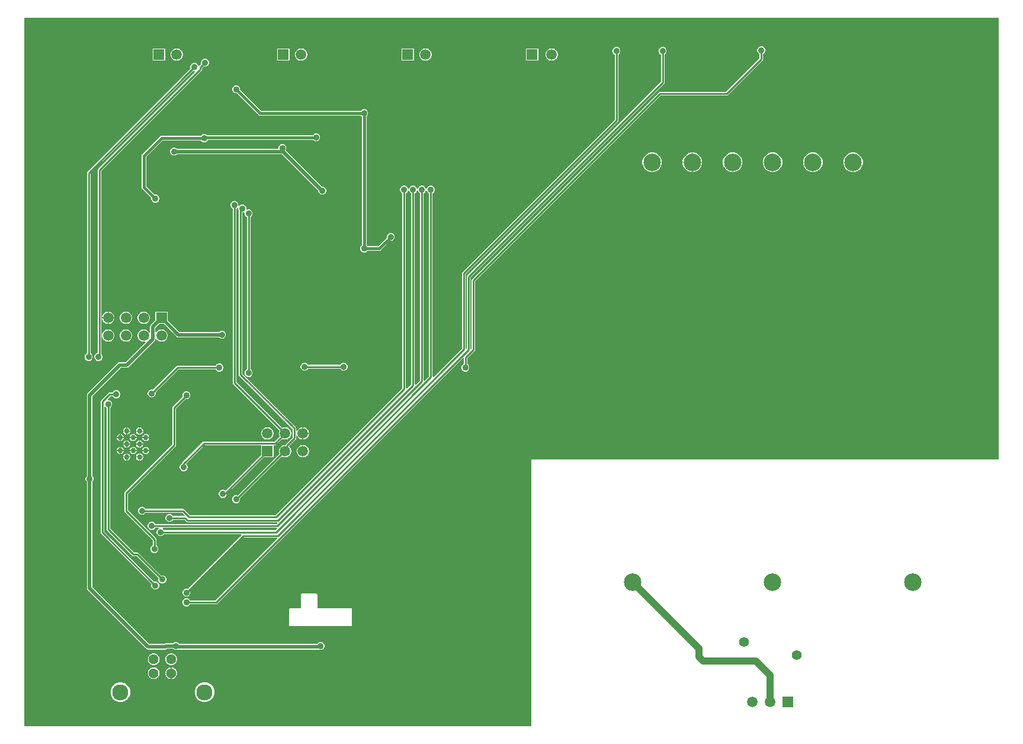
<source format=gbl>
G04*
G04 #@! TF.GenerationSoftware,Altium Limited,Altium Designer,22.10.1 (41)*
G04*
G04 Layer_Physical_Order=2*
G04 Layer_Color=16711680*
%FSLAX25Y25*%
%MOIN*%
G70*
G04*
G04 #@! TF.SameCoordinates,AD521441-6981-4C9A-977E-8A670088B7DC*
G04*
G04*
G04 #@! TF.FilePolarity,Positive*
G04*
G01*
G75*
%ADD15C,0.01000*%
%ADD81C,0.02000*%
%ADD82C,0.01500*%
%ADD83C,0.04000*%
%ADD84C,0.09843*%
%ADD85C,0.03000*%
%ADD86C,0.05622*%
%ADD87C,0.09055*%
%ADD88R,0.05906X0.05906*%
%ADD89C,0.05906*%
%ADD90C,0.05512*%
%ADD91C,0.03500*%
G36*
X649197Y251000D02*
X386000Y251000D01*
Y100803D01*
X100803D01*
Y499197D01*
X649197D01*
Y251000D01*
D02*
G37*
%LPC*%
G36*
X397955Y481953D02*
X397045D01*
X396167Y481717D01*
X395380Y481263D01*
X394737Y480620D01*
X394283Y479833D01*
X394047Y478955D01*
Y478045D01*
X394283Y477167D01*
X394737Y476380D01*
X395380Y475737D01*
X396167Y475282D01*
X397045Y475047D01*
X397955D01*
X398833Y475282D01*
X399620Y475737D01*
X400263Y476380D01*
X400717Y477167D01*
X400953Y478045D01*
Y478955D01*
X400717Y479833D01*
X400263Y480620D01*
X399620Y481263D01*
X398833Y481717D01*
X397955Y481953D01*
D02*
G37*
G36*
X389953D02*
X383047D01*
Y475047D01*
X389953D01*
Y481953D01*
D02*
G37*
G36*
X326955D02*
X326045D01*
X325167Y481717D01*
X324380Y481263D01*
X323737Y480620D01*
X323283Y479833D01*
X323047Y478955D01*
Y478045D01*
X323283Y477167D01*
X323737Y476380D01*
X324380Y475737D01*
X325167Y475282D01*
X326045Y475047D01*
X326955D01*
X327833Y475282D01*
X328620Y475737D01*
X329263Y476380D01*
X329717Y477167D01*
X329953Y478045D01*
Y478955D01*
X329717Y479833D01*
X329263Y480620D01*
X328620Y481263D01*
X327833Y481717D01*
X326955Y481953D01*
D02*
G37*
G36*
X319953D02*
X313047D01*
Y475047D01*
X319953D01*
Y481953D01*
D02*
G37*
G36*
X256955D02*
X256045D01*
X255167Y481717D01*
X254380Y481263D01*
X253737Y480620D01*
X253282Y479833D01*
X253047Y478955D01*
Y478045D01*
X253282Y477167D01*
X253737Y476380D01*
X254380Y475737D01*
X255167Y475282D01*
X256045Y475047D01*
X256955D01*
X257833Y475282D01*
X258620Y475737D01*
X259263Y476380D01*
X259717Y477167D01*
X259953Y478045D01*
Y478955D01*
X259717Y479833D01*
X259263Y480620D01*
X258620Y481263D01*
X257833Y481717D01*
X256955Y481953D01*
D02*
G37*
G36*
X249953D02*
X243047D01*
Y475047D01*
X249953D01*
Y481953D01*
D02*
G37*
G36*
X186955D02*
X186045D01*
X185167Y481717D01*
X184380Y481263D01*
X183737Y480620D01*
X183282Y479833D01*
X183047Y478955D01*
Y478045D01*
X183282Y477167D01*
X183737Y476380D01*
X184380Y475737D01*
X185167Y475282D01*
X186045Y475047D01*
X186955D01*
X187833Y475282D01*
X188620Y475737D01*
X189263Y476380D01*
X189717Y477167D01*
X189953Y478045D01*
Y478955D01*
X189717Y479833D01*
X189263Y480620D01*
X188620Y481263D01*
X187833Y481717D01*
X186955Y481953D01*
D02*
G37*
G36*
X179953D02*
X173047D01*
Y475047D01*
X179953D01*
Y481953D01*
D02*
G37*
G36*
X202948Y476250D02*
X202052D01*
X201225Y475908D01*
X200592Y475275D01*
X200250Y474447D01*
Y473553D01*
X200356Y473298D01*
X199208Y472150D01*
X198671Y472221D01*
X198623Y472255D01*
X198407Y472775D01*
X197775Y473408D01*
X196948Y473750D01*
X196052D01*
X195226Y473408D01*
X194592Y472775D01*
X194250Y471947D01*
Y471053D01*
X194356Y470797D01*
X136279Y412721D01*
X136058Y412390D01*
X135980Y412000D01*
Y310513D01*
X135725Y310407D01*
X135092Y309774D01*
X134750Y308948D01*
Y308052D01*
X135092Y307225D01*
X135725Y306592D01*
X136552Y306250D01*
X137448D01*
X138275Y306592D01*
X138908Y307225D01*
X139250Y308052D01*
Y308948D01*
X138908Y309774D01*
X138275Y310407D01*
X138020Y310513D01*
Y411578D01*
X195798Y469356D01*
X196052Y469250D01*
X196697D01*
X196904Y468750D01*
X142279Y414125D01*
X142058Y413794D01*
X141980Y413404D01*
Y310720D01*
X141226Y310407D01*
X140593Y309774D01*
X140250Y308948D01*
Y308052D01*
X140593Y307225D01*
X141226Y306592D01*
X142052Y306250D01*
X142948D01*
X143774Y306592D01*
X144407Y307225D01*
X144750Y308052D01*
Y308948D01*
X144407Y309774D01*
X144020Y310162D01*
Y412982D01*
X200471Y469433D01*
X200692Y469764D01*
X200770Y470154D01*
Y470828D01*
X201798Y471856D01*
X202052Y471750D01*
X202948D01*
X203774Y472092D01*
X204408Y472725D01*
X204750Y473553D01*
Y474447D01*
X204408Y475275D01*
X203774Y475908D01*
X202948Y476250D01*
D02*
G37*
G36*
X265448Y434250D02*
X264552D01*
X263725Y433908D01*
X263092Y433275D01*
X262989Y433025D01*
X203658D01*
X203274Y433407D01*
X202448Y433750D01*
X201552D01*
X200726Y433407D01*
X200093Y432774D01*
X200093Y432774D01*
X178000D01*
X177512Y432678D01*
X177099Y432401D01*
X167099Y422401D01*
X166823Y421988D01*
X166726Y421500D01*
Y404000D01*
X166823Y403512D01*
X167099Y403099D01*
X172250Y397948D01*
X172250Y397948D01*
Y397052D01*
X172592Y396226D01*
X173225Y395592D01*
X174052Y395250D01*
X174948D01*
X175775Y395592D01*
X176408Y396226D01*
X176750Y397052D01*
Y397948D01*
X176408Y398775D01*
X175775Y399408D01*
X174948Y399750D01*
X174052D01*
X174052Y399750D01*
X169274Y404528D01*
Y420972D01*
X178528Y430226D01*
X200093D01*
X200093Y430226D01*
X200726Y429593D01*
X201552Y429250D01*
X202448D01*
X203274Y429593D01*
X203907Y430226D01*
X204011Y430476D01*
X263342D01*
X263725Y430092D01*
X264552Y429750D01*
X265448D01*
X266274Y430092D01*
X266908Y430725D01*
X267250Y431553D01*
Y432447D01*
X266908Y433275D01*
X266274Y433908D01*
X265448Y434250D01*
D02*
G37*
G36*
X246448Y428250D02*
X245552D01*
X244725Y427908D01*
X244092Y427275D01*
X243750Y426447D01*
Y425553D01*
X243735Y425529D01*
X186653D01*
X186275Y425908D01*
X185448Y426250D01*
X184552D01*
X183726Y425908D01*
X183092Y425275D01*
X182750Y424447D01*
Y423553D01*
X183092Y422725D01*
X183726Y422092D01*
X184552Y421750D01*
X185448D01*
X186275Y422092D01*
X186653Y422471D01*
X245866D01*
X266250Y402087D01*
Y401552D01*
X266593Y400726D01*
X267226Y400093D01*
X268052Y399750D01*
X268948D01*
X269775Y400093D01*
X270408Y400726D01*
X270750Y401552D01*
Y402448D01*
X270408Y403274D01*
X269775Y403907D01*
X268948Y404250D01*
X268413D01*
X247916Y424747D01*
X248250Y425553D01*
Y426447D01*
X247907Y427275D01*
X247274Y427908D01*
X246448Y428250D01*
D02*
G37*
G36*
X477352Y423421D02*
X476888D01*
Y418250D01*
X482059D01*
Y418714D01*
X481690Y420092D01*
X480976Y421329D01*
X479966Y422338D01*
X478730Y423052D01*
X477352Y423421D01*
D02*
G37*
G36*
X476388D02*
X475924D01*
X474545Y423052D01*
X473309Y422338D01*
X472300Y421329D01*
X471586Y420092D01*
X471216Y418714D01*
Y418250D01*
X476388D01*
Y423421D01*
D02*
G37*
G36*
X567903D02*
X566475D01*
X565097Y423052D01*
X563860Y422338D01*
X562851Y421329D01*
X562137Y420092D01*
X561768Y418714D01*
Y417286D01*
X562137Y415907D01*
X562851Y414671D01*
X563860Y413662D01*
X565097Y412948D01*
X566475Y412579D01*
X567903D01*
X569281Y412948D01*
X570518Y413662D01*
X571527Y414671D01*
X572241Y415907D01*
X572610Y417286D01*
Y418714D01*
X572241Y420092D01*
X571527Y421329D01*
X570518Y422338D01*
X569281Y423052D01*
X567903Y423421D01*
D02*
G37*
G36*
X545265D02*
X543837D01*
X542459Y423052D01*
X541222Y422338D01*
X540213Y421329D01*
X539499Y420092D01*
X539130Y418714D01*
Y417286D01*
X539499Y415907D01*
X540213Y414671D01*
X541222Y413662D01*
X542459Y412948D01*
X543837Y412579D01*
X545265D01*
X546644Y412948D01*
X547880Y413662D01*
X548889Y414671D01*
X549603Y415907D01*
X549972Y417286D01*
Y418714D01*
X549603Y420092D01*
X548889Y421329D01*
X547880Y422338D01*
X546644Y423052D01*
X545265Y423421D01*
D02*
G37*
G36*
X522627D02*
X521200D01*
X519821Y423052D01*
X518585Y422338D01*
X517575Y421329D01*
X516862Y420092D01*
X516492Y418714D01*
Y417286D01*
X516862Y415907D01*
X517575Y414671D01*
X518585Y413662D01*
X519821Y412948D01*
X521200Y412579D01*
X522627D01*
X524006Y412948D01*
X525242Y413662D01*
X526252Y414671D01*
X526965Y415907D01*
X527335Y417286D01*
Y418714D01*
X526965Y420092D01*
X526252Y421329D01*
X525242Y422338D01*
X524006Y423052D01*
X522627Y423421D01*
D02*
G37*
G36*
X499989D02*
X498562D01*
X497183Y423052D01*
X495947Y422338D01*
X494938Y421329D01*
X494224Y420092D01*
X493854Y418714D01*
Y417286D01*
X494224Y415907D01*
X494938Y414671D01*
X495947Y413662D01*
X497183Y412948D01*
X498562Y412579D01*
X499989D01*
X501368Y412948D01*
X502604Y413662D01*
X503614Y414671D01*
X504327Y415907D01*
X504697Y417286D01*
Y418714D01*
X504327Y420092D01*
X503614Y421329D01*
X502604Y422338D01*
X501368Y423052D01*
X499989Y423421D01*
D02*
G37*
G36*
X482059Y417750D02*
X476888D01*
Y412579D01*
X477352D01*
X478730Y412948D01*
X479966Y413662D01*
X480976Y414671D01*
X481690Y415907D01*
X482059Y417286D01*
Y417750D01*
D02*
G37*
G36*
X476388D02*
X471216D01*
Y417286D01*
X471586Y415907D01*
X472300Y414671D01*
X473309Y413662D01*
X474545Y412948D01*
X475924Y412579D01*
X476388D01*
Y417750D01*
D02*
G37*
G36*
X454714Y423421D02*
X453286D01*
X451907Y423052D01*
X450671Y422338D01*
X449662Y421329D01*
X448948Y420092D01*
X448579Y418714D01*
Y417286D01*
X448948Y415907D01*
X449662Y414671D01*
X450671Y413662D01*
X451907Y412948D01*
X453286Y412579D01*
X454714D01*
X456093Y412948D01*
X457329Y413662D01*
X458338Y414671D01*
X459052Y415907D01*
X459421Y417286D01*
Y418714D01*
X459052Y420092D01*
X458338Y421329D01*
X457329Y422338D01*
X456093Y423052D01*
X454714Y423421D01*
D02*
G37*
G36*
X220448Y461250D02*
X219552D01*
X218725Y460908D01*
X218092Y460275D01*
X217750Y459447D01*
Y458553D01*
X218092Y457725D01*
X218725Y457093D01*
X219552Y456750D01*
X220448D01*
X220448Y456750D01*
X232599Y444599D01*
X233012Y444322D01*
X233500Y444226D01*
X290092D01*
X290092Y444226D01*
X290725Y443593D01*
X290725Y443593D01*
Y371408D01*
X290725Y371408D01*
X290092Y370775D01*
X289750Y369948D01*
Y369052D01*
X290092Y368226D01*
X290725Y367593D01*
X291552Y367250D01*
X292448D01*
X293274Y367593D01*
X293907Y368226D01*
X293907Y368226D01*
X300500D01*
X300988Y368322D01*
X301401Y368599D01*
X306552Y373750D01*
X306552Y373750D01*
X307448D01*
X308275Y374093D01*
X308908Y374726D01*
X309250Y375552D01*
Y376448D01*
X308908Y377274D01*
X308275Y377907D01*
X307448Y378250D01*
X306552D01*
X305726Y377907D01*
X305093Y377274D01*
X304750Y376448D01*
Y375552D01*
X304750Y375552D01*
X299972Y370775D01*
X293907D01*
X293907Y370775D01*
X293274Y371408D01*
X293274Y371408D01*
Y443593D01*
X293274Y443593D01*
X293907Y444226D01*
X294250Y445052D01*
Y445948D01*
X293907Y446774D01*
X293274Y447407D01*
X292448Y447750D01*
X291552D01*
X290725Y447407D01*
X290092Y446774D01*
X290092Y446774D01*
X234028D01*
X222250Y458552D01*
X222250Y458553D01*
Y459447D01*
X221907Y460275D01*
X221274Y460908D01*
X220448Y461250D01*
D02*
G37*
G36*
X148455Y333953D02*
X148250D01*
Y330750D01*
X151453D01*
Y330955D01*
X151217Y331833D01*
X150763Y332620D01*
X150120Y333263D01*
X149333Y333717D01*
X148455Y333953D01*
D02*
G37*
G36*
X147750D02*
X147545D01*
X146667Y333717D01*
X145880Y333263D01*
X145237Y332620D01*
X144782Y331833D01*
X144547Y330955D01*
Y330750D01*
X147750D01*
Y333953D01*
D02*
G37*
G36*
X168455D02*
X167545D01*
X166667Y333717D01*
X165880Y333263D01*
X165237Y332620D01*
X164783Y331833D01*
X164547Y330955D01*
Y330045D01*
X164783Y329167D01*
X165237Y328380D01*
X165880Y327737D01*
X166667Y327283D01*
X167545Y327047D01*
X168455D01*
X169333Y327283D01*
X170120Y327737D01*
X170763Y328380D01*
X171218Y329167D01*
X171453Y330045D01*
Y330955D01*
X171218Y331833D01*
X170763Y332620D01*
X170120Y333263D01*
X169333Y333717D01*
X168455Y333953D01*
D02*
G37*
G36*
X158455D02*
X157545D01*
X156667Y333717D01*
X155880Y333263D01*
X155237Y332620D01*
X154782Y331833D01*
X154547Y330955D01*
Y330045D01*
X154782Y329167D01*
X155237Y328380D01*
X155880Y327737D01*
X156667Y327283D01*
X157545Y327047D01*
X158455D01*
X159333Y327283D01*
X160120Y327737D01*
X160763Y328380D01*
X161217Y329167D01*
X161453Y330045D01*
Y330955D01*
X161217Y331833D01*
X160763Y332620D01*
X160120Y333263D01*
X159333Y333717D01*
X158455Y333953D01*
D02*
G37*
G36*
X151453Y330250D02*
X148250D01*
Y327047D01*
X148455D01*
X149333Y327283D01*
X150120Y327737D01*
X150763Y328380D01*
X151217Y329167D01*
X151453Y330045D01*
Y330250D01*
D02*
G37*
G36*
X147750D02*
X144547D01*
Y330045D01*
X144782Y329167D01*
X145237Y328380D01*
X145880Y327737D01*
X146667Y327283D01*
X147545Y327047D01*
X147750D01*
Y330250D01*
D02*
G37*
G36*
X181453Y333953D02*
X174547D01*
Y329210D01*
X171966Y326629D01*
X171634Y326132D01*
X171518Y325547D01*
Y322312D01*
X171018Y322178D01*
X170763Y322620D01*
X170120Y323263D01*
X169333Y323717D01*
X168455Y323953D01*
X167545D01*
X166667Y323717D01*
X165880Y323263D01*
X165237Y322620D01*
X164783Y321833D01*
X164547Y320955D01*
Y320045D01*
X164783Y319167D01*
X165237Y318380D01*
X165880Y317737D01*
X166667Y317283D01*
X167545Y317047D01*
X168455D01*
X168765Y317130D01*
X169023Y316682D01*
X157871Y305529D01*
X154500D01*
X153915Y305413D01*
X153419Y305081D01*
X136419Y288081D01*
X136087Y287585D01*
X135971Y287000D01*
Y241653D01*
X135592Y241274D01*
X135250Y240448D01*
Y239552D01*
X135592Y238725D01*
X135971Y238347D01*
Y178500D01*
X136087Y177915D01*
X136419Y177419D01*
X169419Y144419D01*
X169915Y144087D01*
X170500Y143971D01*
X180255D01*
X180840Y144087D01*
X181336Y144419D01*
X181393Y144475D01*
X184352D01*
X184730Y144097D01*
X185557Y143755D01*
X186452D01*
X186973Y143971D01*
X266000D01*
X266351Y144041D01*
X267052Y143750D01*
X267948D01*
X268775Y144093D01*
X269408Y144726D01*
X269750Y145552D01*
Y146448D01*
X269408Y147274D01*
X268775Y147907D01*
X267948Y148250D01*
X267052D01*
X266226Y147907D01*
X265593Y147274D01*
X265548Y147168D01*
X265419Y147081D01*
X265367Y147029D01*
X188016D01*
X187912Y147279D01*
X187279Y147912D01*
X186452Y148255D01*
X185557D01*
X184730Y147912D01*
X184352Y147534D01*
X180760D01*
X180175Y147418D01*
X179678Y147086D01*
X179621Y147029D01*
X171133D01*
X139029Y179133D01*
Y238347D01*
X139408Y238725D01*
X139750Y239552D01*
Y240448D01*
X139408Y241274D01*
X139029Y241653D01*
Y286367D01*
X155133Y302471D01*
X158504D01*
X159090Y302587D01*
X159586Y302919D01*
X174129Y317461D01*
X174460Y317958D01*
X174574Y318529D01*
X174608Y318550D01*
X175077Y318658D01*
X175237Y318380D01*
X175880Y317737D01*
X176667Y317283D01*
X177545Y317047D01*
X178455D01*
X179333Y317283D01*
X180120Y317737D01*
X180763Y318380D01*
X181218Y319167D01*
X181453Y320045D01*
Y320955D01*
X181218Y321833D01*
X180763Y322620D01*
X180120Y323263D01*
X179333Y323717D01*
X178455Y323953D01*
X177545D01*
X176667Y323717D01*
X175880Y323263D01*
X175237Y322620D01*
X175077Y322342D01*
X174577Y322476D01*
Y324914D01*
X176710Y327047D01*
X179290D01*
X186419Y319919D01*
X186915Y319587D01*
X187500Y319471D01*
X210347D01*
X210725Y319092D01*
X211552Y318750D01*
X212448D01*
X213275Y319092D01*
X213908Y319725D01*
X214250Y320552D01*
Y321448D01*
X213908Y322274D01*
X213275Y322907D01*
X212448Y323250D01*
X211552D01*
X210725Y322907D01*
X210347Y322529D01*
X188134D01*
X181453Y329210D01*
Y333953D01*
D02*
G37*
G36*
X158455Y323953D02*
X157545D01*
X156667Y323717D01*
X155880Y323263D01*
X155237Y322620D01*
X154782Y321833D01*
X154547Y320955D01*
Y320045D01*
X154782Y319167D01*
X155237Y318380D01*
X155880Y317737D01*
X156667Y317283D01*
X157545Y317047D01*
X158455D01*
X159333Y317283D01*
X160120Y317737D01*
X160763Y318380D01*
X161217Y319167D01*
X161453Y320045D01*
Y320955D01*
X161217Y321833D01*
X160763Y322620D01*
X160120Y323263D01*
X159333Y323717D01*
X158455Y323953D01*
D02*
G37*
G36*
X148455D02*
X147545D01*
X146667Y323717D01*
X145880Y323263D01*
X145237Y322620D01*
X144782Y321833D01*
X144547Y320955D01*
Y320045D01*
X144782Y319167D01*
X145237Y318380D01*
X145880Y317737D01*
X146667Y317283D01*
X147545Y317047D01*
X148455D01*
X149333Y317283D01*
X150120Y317737D01*
X150763Y318380D01*
X151217Y319167D01*
X151453Y320045D01*
Y320955D01*
X151217Y321833D01*
X150763Y322620D01*
X150120Y323263D01*
X149333Y323717D01*
X148455Y323953D01*
D02*
G37*
G36*
X515947Y483250D02*
X515053D01*
X514225Y482907D01*
X513592Y482274D01*
X513250Y481448D01*
Y480552D01*
X513592Y479726D01*
X514225Y479093D01*
X514480Y478987D01*
Y476422D01*
X495578Y457520D01*
X458500D01*
X458110Y457442D01*
X457779Y457221D01*
X352779Y352221D01*
X352558Y351890D01*
X352480Y351500D01*
Y312997D01*
X352112Y312699D01*
X351676Y312886D01*
Y353235D01*
X460721Y462279D01*
X460942Y462610D01*
X461020Y463000D01*
Y478487D01*
X461274Y478592D01*
X461907Y479225D01*
X462250Y480053D01*
Y480947D01*
X461907Y481775D01*
X461274Y482408D01*
X460448Y482750D01*
X459552D01*
X458726Y482408D01*
X458092Y481775D01*
X457750Y480947D01*
Y480053D01*
X458092Y479225D01*
X458726Y478592D01*
X458980Y478487D01*
Y463422D01*
X349936Y354378D01*
X349715Y354047D01*
X349637Y353657D01*
Y313312D01*
X349520Y313233D01*
X349020Y313500D01*
Y355078D01*
X434721Y440779D01*
X434942Y441110D01*
X435020Y441500D01*
Y478487D01*
X435275Y478592D01*
X435908Y479225D01*
X436250Y480053D01*
Y480947D01*
X435908Y481775D01*
X435275Y482408D01*
X434447Y482750D01*
X433553D01*
X432725Y482408D01*
X432093Y481775D01*
X431750Y480947D01*
Y480053D01*
X432093Y479225D01*
X432725Y478592D01*
X432980Y478487D01*
Y441922D01*
X347279Y356221D01*
X347058Y355890D01*
X346980Y355500D01*
Y313109D01*
X331020Y297148D01*
X330520Y297355D01*
Y400487D01*
X330774Y400593D01*
X331407Y401226D01*
X331750Y402052D01*
Y402948D01*
X331407Y403774D01*
X330774Y404408D01*
X329948Y404750D01*
X329052D01*
X328225Y404408D01*
X327592Y403774D01*
X327250Y402948D01*
Y402052D01*
X327592Y401226D01*
X328225Y400593D01*
X328480Y400487D01*
Y297437D01*
X326020Y294976D01*
X325520Y295183D01*
Y400487D01*
X325775Y400593D01*
X326408Y401226D01*
X326750Y402052D01*
Y402948D01*
X326408Y403774D01*
X325775Y404408D01*
X324948Y404750D01*
X324052D01*
X323225Y404408D01*
X322592Y403774D01*
X322250Y402948D01*
Y402052D01*
X322592Y401226D01*
X323225Y400593D01*
X323480Y400487D01*
Y295266D01*
X321020Y292805D01*
X320520Y293012D01*
Y400487D01*
X320775Y400593D01*
X321408Y401226D01*
X321750Y402052D01*
Y402948D01*
X321408Y403774D01*
X320775Y404408D01*
X319948Y404750D01*
X319052D01*
X318226Y404408D01*
X317593Y403774D01*
X317250Y402948D01*
Y402052D01*
X317593Y401226D01*
X318226Y400593D01*
X318480Y400487D01*
Y293094D01*
X316020Y290633D01*
X315520Y290840D01*
Y400487D01*
X315774Y400593D01*
X316407Y401226D01*
X316750Y402052D01*
Y402948D01*
X316407Y403774D01*
X315774Y404408D01*
X314948Y404750D01*
X314052D01*
X313226Y404408D01*
X312593Y403774D01*
X312250Y402948D01*
Y402052D01*
X312593Y401226D01*
X313226Y400593D01*
X313480Y400487D01*
Y290922D01*
X242078Y219520D01*
X193922D01*
X190721Y222721D01*
X190390Y222942D01*
X190000Y223020D01*
X169013D01*
X168907Y223274D01*
X168274Y223907D01*
X167448Y224250D01*
X166552D01*
X165726Y223907D01*
X165093Y223274D01*
X164750Y222448D01*
Y221552D01*
X165093Y220725D01*
X165726Y220093D01*
X166552Y219750D01*
X167448D01*
X168274Y220093D01*
X168907Y220725D01*
X169013Y220980D01*
X189578D01*
X191039Y219520D01*
X190831Y219020D01*
X184513D01*
X184407Y219274D01*
X183774Y219907D01*
X182948Y220250D01*
X182052D01*
X181226Y219907D01*
X180593Y219274D01*
X180250Y218448D01*
Y217552D01*
X180593Y216725D01*
X181226Y216092D01*
X182052Y215750D01*
X182948D01*
X183774Y216092D01*
X184407Y216725D01*
X184513Y216980D01*
X190749D01*
X191951Y215779D01*
X192281Y215558D01*
X192672Y215480D01*
X242988D01*
X243195Y214980D01*
X242735Y214520D01*
X174513D01*
X174407Y214774D01*
X173775Y215407D01*
X172948Y215750D01*
X172052D01*
X171226Y215407D01*
X170592Y214774D01*
X170250Y213948D01*
Y213052D01*
X170592Y212226D01*
X171226Y211593D01*
X172052Y211250D01*
X172948D01*
X173775Y211593D01*
X174407Y212226D01*
X174513Y212480D01*
X176302D01*
X176402Y211980D01*
X176225Y211908D01*
X175593Y211275D01*
X175250Y210448D01*
Y209552D01*
X175593Y208726D01*
X176225Y208092D01*
X177052Y207750D01*
X177948D01*
X178774Y208092D01*
X179408Y208726D01*
X179513Y208980D01*
X222831D01*
X223039Y208480D01*
X192702Y178144D01*
X192448Y178250D01*
X191552D01*
X190726Y177908D01*
X190093Y177275D01*
X189750Y176448D01*
Y175552D01*
X190093Y174725D01*
X190726Y174092D01*
X191552Y173750D01*
X192448D01*
X193274Y174092D01*
X193907Y174725D01*
X194250Y175552D01*
Y176448D01*
X194144Y176702D01*
X224422Y206980D01*
X242973D01*
X243181Y206480D01*
X208220Y171520D01*
X194013D01*
X193907Y171774D01*
X193274Y172407D01*
X192448Y172750D01*
X191552D01*
X190726Y172407D01*
X190093Y171774D01*
X189750Y170948D01*
Y170052D01*
X190093Y169226D01*
X190726Y168593D01*
X191552Y168250D01*
X192448D01*
X193274Y168593D01*
X193907Y169226D01*
X194013Y169480D01*
X208642D01*
X209032Y169558D01*
X209363Y169779D01*
X347480Y307896D01*
X347980Y307689D01*
Y304513D01*
X347726Y304408D01*
X347093Y303774D01*
X346750Y302948D01*
Y302052D01*
X347093Y301225D01*
X347726Y300592D01*
X348552Y300250D01*
X349448D01*
X350274Y300592D01*
X350907Y301225D01*
X351250Y302052D01*
Y302948D01*
X350907Y303774D01*
X350274Y304408D01*
X350020Y304513D01*
Y307607D01*
X354221Y311808D01*
X354442Y312139D01*
X354520Y312529D01*
Y351078D01*
X458922Y455480D01*
X496000D01*
X496390Y455558D01*
X496721Y455779D01*
X516221Y475279D01*
X516442Y475610D01*
X516520Y476000D01*
Y478987D01*
X516775Y479093D01*
X517408Y479726D01*
X517750Y480552D01*
Y481448D01*
X517408Y482274D01*
X516775Y482907D01*
X515947Y483250D01*
D02*
G37*
G36*
X280948Y305250D02*
X280052D01*
X279225Y304907D01*
X278592Y304275D01*
X278487Y304020D01*
X260513D01*
X260407Y304275D01*
X259774Y304907D01*
X258948Y305250D01*
X258052D01*
X257225Y304907D01*
X256592Y304275D01*
X256250Y303448D01*
Y302552D01*
X256592Y301726D01*
X257225Y301093D01*
X258052Y300750D01*
X258948D01*
X259774Y301093D01*
X260407Y301726D01*
X260513Y301980D01*
X278487D01*
X278592Y301726D01*
X279225Y301093D01*
X280052Y300750D01*
X280948D01*
X281774Y301093D01*
X282407Y301726D01*
X282750Y302552D01*
Y303448D01*
X282407Y304275D01*
X281774Y304907D01*
X280948Y305250D01*
D02*
G37*
G36*
X210948Y304750D02*
X210052D01*
X209226Y304408D01*
X208593Y303774D01*
X208487Y303520D01*
X187000D01*
X186610Y303442D01*
X186279Y303221D01*
X173203Y290144D01*
X172948Y290250D01*
X172052D01*
X171226Y289908D01*
X170592Y289275D01*
X170250Y288448D01*
Y287552D01*
X170592Y286725D01*
X171226Y286092D01*
X172052Y285750D01*
X172948D01*
X173775Y286092D01*
X174407Y286725D01*
X174750Y287552D01*
Y288448D01*
X174644Y288703D01*
X187422Y301480D01*
X208487D01*
X208593Y301225D01*
X209226Y300592D01*
X210052Y300250D01*
X210948D01*
X211774Y300592D01*
X212407Y301225D01*
X212750Y302052D01*
Y302948D01*
X212407Y303774D01*
X211774Y304408D01*
X210948Y304750D01*
D02*
G37*
G36*
X219448Y396250D02*
X218552D01*
X217725Y395907D01*
X217092Y395274D01*
X216750Y394448D01*
Y393552D01*
X217092Y392725D01*
X217725Y392092D01*
X217980Y391987D01*
Y294000D01*
X218058Y293610D01*
X218279Y293279D01*
X244445Y267113D01*
X244283Y266833D01*
X244047Y265955D01*
Y265045D01*
X244283Y264167D01*
X244445Y263886D01*
X241530Y260972D01*
X201953D01*
X201563Y260895D01*
X201232Y260674D01*
X189693Y249135D01*
X189472Y248804D01*
X189408Y248483D01*
X189225Y248408D01*
X188593Y247775D01*
X188250Y246948D01*
Y246052D01*
X188593Y245226D01*
X189225Y244592D01*
X190052Y244250D01*
X190948D01*
X191774Y244592D01*
X192408Y245226D01*
X192750Y246052D01*
Y246948D01*
X192408Y247775D01*
X191812Y248370D01*
X202375Y258933D01*
X234047D01*
Y253489D01*
X213870Y233312D01*
X213774Y233407D01*
X212948Y233750D01*
X212052D01*
X211226Y233407D01*
X210593Y232774D01*
X210250Y231948D01*
Y231052D01*
X210593Y230225D01*
X211226Y229592D01*
X212052Y229250D01*
X212948D01*
X213774Y229592D01*
X214407Y230225D01*
X214750Y231052D01*
Y231308D01*
X235489Y252047D01*
X240953D01*
Y258933D01*
X241953D01*
X242343Y259011D01*
X242674Y259232D01*
X245886Y262445D01*
X246167Y262282D01*
X247045Y262047D01*
X247955D01*
X248833Y262282D01*
X249620Y262737D01*
X250263Y263380D01*
X250717Y264167D01*
X250953Y265045D01*
Y265955D01*
X250717Y266833D01*
X250263Y267620D01*
X249620Y268263D01*
X248833Y268718D01*
X247955Y268953D01*
X247045D01*
X246167Y268718D01*
X245886Y268555D01*
X220020Y294422D01*
Y391987D01*
X220274Y392092D01*
X220788Y392606D01*
X221010Y392530D01*
X221250Y392361D01*
Y391552D01*
X221480Y390996D01*
Y298500D01*
X221480Y298500D01*
X221558Y298110D01*
X221779Y297779D01*
X250549Y269009D01*
X250549Y269009D01*
X251748Y267810D01*
Y263190D01*
X247718Y259160D01*
X247580Y258953D01*
X247045D01*
X246167Y258717D01*
X245380Y258263D01*
X244737Y257620D01*
X244283Y256833D01*
X244047Y255955D01*
Y255045D01*
X244283Y254167D01*
X244353Y254045D01*
X220879Y230571D01*
X220448Y230750D01*
X219552D01*
X218725Y230408D01*
X218092Y229774D01*
X217750Y228948D01*
Y228052D01*
X218092Y227225D01*
X218725Y226592D01*
X219552Y226250D01*
X220448D01*
X221274Y226592D01*
X221907Y227225D01*
X222250Y228052D01*
Y228948D01*
X222218Y229026D01*
X245728Y252536D01*
X246167Y252283D01*
X247045Y252047D01*
X247955D01*
X248833Y252283D01*
X249620Y252737D01*
X250263Y253380D01*
X250717Y254167D01*
X250953Y255045D01*
Y255955D01*
X250717Y256833D01*
X250263Y257620D01*
X249662Y258221D01*
X253489Y262047D01*
X253710Y262378D01*
X253787Y262768D01*
Y264084D01*
X254282Y264167D01*
X254737Y263380D01*
X255380Y262737D01*
X256167Y262282D01*
X257045Y262047D01*
X257250D01*
Y265500D01*
Y268953D01*
X257045D01*
X256167Y268718D01*
X255380Y268263D01*
X254737Y267620D01*
X254282Y266833D01*
X253787Y266916D01*
Y268232D01*
X253710Y268623D01*
X253489Y268953D01*
X251991Y270451D01*
X251991Y270451D01*
X223520Y298922D01*
Y389750D01*
X223948D01*
X224303Y389897D01*
X224560Y389687D01*
X224707Y389523D01*
Y388672D01*
X225049Y387845D01*
X225682Y387212D01*
X225937Y387106D01*
Y301495D01*
X225726Y301408D01*
X225093Y300775D01*
X224750Y299948D01*
Y299052D01*
X225093Y298225D01*
X225726Y297592D01*
X226552Y297250D01*
X227448D01*
X228274Y297592D01*
X228907Y298225D01*
X229250Y299052D01*
Y299948D01*
X228907Y300775D01*
X228274Y301408D01*
X227977Y301531D01*
Y387106D01*
X228232Y387212D01*
X228864Y387845D01*
X229207Y388672D01*
Y389567D01*
X228864Y390394D01*
X228232Y391027D01*
X227404Y391369D01*
X226509D01*
X226154Y391222D01*
X225897Y391432D01*
X225750Y391596D01*
Y392448D01*
X225408Y393274D01*
X224775Y393907D01*
X223948Y394250D01*
X223052D01*
X222225Y393907D01*
X221712Y393394D01*
X221490Y393470D01*
X221250Y393639D01*
Y394448D01*
X220907Y395274D01*
X220274Y395907D01*
X219448Y396250D01*
D02*
G37*
G36*
X152948Y289750D02*
X152052D01*
X151225Y289407D01*
X150593Y288774D01*
X150487Y288520D01*
X148904D01*
X148514Y288442D01*
X148183Y288221D01*
X144029Y284067D01*
X143808Y283736D01*
X143730Y283346D01*
Y209750D01*
X143808Y209360D01*
X144029Y209029D01*
X172356Y180702D01*
X172250Y180448D01*
Y179552D01*
X172592Y178726D01*
X173225Y178093D01*
X174052Y177750D01*
X174948D01*
X175775Y178093D01*
X176408Y178726D01*
X176750Y179552D01*
Y180448D01*
X176408Y181274D01*
X175775Y181907D01*
X174948Y182250D01*
X174052D01*
X173798Y182144D01*
X145770Y210172D01*
Y280341D01*
X146270Y280548D01*
X146725Y280093D01*
X146980Y279987D01*
Y211669D01*
X147058Y211279D01*
X147279Y210948D01*
X161374Y196853D01*
X161705Y196632D01*
X162095Y196554D01*
X163907D01*
X176342Y184119D01*
X176236Y183864D01*
Y182969D01*
X176579Y182142D01*
X177212Y181509D01*
X178039Y181167D01*
X178934D01*
X179761Y181509D01*
X180394Y182142D01*
X180736Y182969D01*
Y183864D01*
X180394Y184691D01*
X179761Y185324D01*
X178934Y185667D01*
X178039D01*
X177784Y185561D01*
X165050Y198295D01*
X164719Y198516D01*
X164329Y198593D01*
X162518D01*
X149020Y212092D01*
Y279987D01*
X149275Y280093D01*
X149908Y280726D01*
X150250Y281552D01*
Y282448D01*
X149908Y283275D01*
X149275Y283908D01*
X148448Y284250D01*
X147803D01*
X147596Y284750D01*
X149326Y286480D01*
X150487D01*
X150593Y286226D01*
X151225Y285593D01*
X152052Y285250D01*
X152948D01*
X153774Y285593D01*
X154408Y286226D01*
X154750Y287052D01*
Y287948D01*
X154408Y288774D01*
X153774Y289407D01*
X152948Y289750D01*
D02*
G37*
G36*
X192448Y289250D02*
X191552D01*
X190726Y288908D01*
X190093Y288275D01*
X189750Y287448D01*
Y286552D01*
X189856Y286297D01*
X184279Y280721D01*
X184058Y280390D01*
X183980Y280000D01*
Y259422D01*
X157279Y232721D01*
X157058Y232390D01*
X156980Y232000D01*
Y222000D01*
X157058Y221610D01*
X157279Y221279D01*
X173127Y205431D01*
Y205372D01*
X173058Y205268D01*
X172980Y204878D01*
Y202513D01*
X172725Y202408D01*
X172092Y201775D01*
X171750Y200948D01*
Y200052D01*
X172092Y199225D01*
X172725Y198592D01*
X173552Y198250D01*
X174448D01*
X175275Y198592D01*
X175908Y199225D01*
X176250Y200052D01*
Y200948D01*
X175908Y201775D01*
X175275Y202408D01*
X175020Y202513D01*
Y204531D01*
X175089Y204634D01*
X175167Y205025D01*
Y205853D01*
X175089Y206243D01*
X174868Y206574D01*
X159020Y222422D01*
Y231578D01*
X185721Y258279D01*
X185942Y258610D01*
X186020Y259000D01*
Y279578D01*
X191297Y284856D01*
X191552Y284750D01*
X192448D01*
X193274Y285092D01*
X193907Y285725D01*
X194250Y286552D01*
Y287448D01*
X193907Y288275D01*
X193274Y288908D01*
X192448Y289250D01*
D02*
G37*
G36*
X166010Y268724D02*
X165862D01*
Y266974D01*
X167612D01*
Y267122D01*
X167308Y267857D01*
X166745Y268420D01*
X166010Y268724D01*
D02*
G37*
G36*
X158786D02*
X158638D01*
Y266974D01*
X160388D01*
Y267122D01*
X160083Y267857D01*
X159521Y268420D01*
X158786Y268724D01*
D02*
G37*
G36*
X165362D02*
X165214D01*
X164479Y268420D01*
X163917Y267857D01*
X163612Y267122D01*
Y266974D01*
X165362D01*
Y268724D01*
D02*
G37*
G36*
X158138D02*
X157990D01*
X157255Y268420D01*
X156692Y267857D01*
X156388Y267122D01*
Y266974D01*
X158138D01*
Y268724D01*
D02*
G37*
G36*
X257955Y268953D02*
X257750D01*
Y265750D01*
X260953D01*
Y265955D01*
X260718Y266833D01*
X260263Y267620D01*
X259620Y268263D01*
X258833Y268718D01*
X257955Y268953D01*
D02*
G37*
G36*
X167612Y266474D02*
X165862D01*
Y264724D01*
X166010D01*
X166745Y265029D01*
X167308Y265592D01*
X167612Y266327D01*
Y266474D01*
D02*
G37*
G36*
X165362D02*
X163612D01*
Y266327D01*
X163917Y265592D01*
X164479Y265029D01*
X165214Y264724D01*
X165362D01*
Y266474D01*
D02*
G37*
G36*
X160388D02*
X158638D01*
Y264724D01*
X158786D01*
X159521Y265029D01*
X160083Y265592D01*
X160388Y266327D01*
Y266474D01*
D02*
G37*
G36*
X158138D02*
X156388D01*
Y266327D01*
X156692Y265592D01*
X157255Y265029D01*
X157990Y264724D01*
X158138D01*
Y266474D01*
D02*
G37*
G36*
X169622Y265112D02*
X169474D01*
Y263362D01*
X171224D01*
Y263510D01*
X170920Y264245D01*
X170357Y264808D01*
X169622Y265112D01*
D02*
G37*
G36*
X162398D02*
X162250D01*
Y263362D01*
X164000D01*
Y263510D01*
X163696Y264245D01*
X163133Y264808D01*
X162398Y265112D01*
D02*
G37*
G36*
X155173D02*
X155026D01*
Y263362D01*
X156776D01*
Y263510D01*
X156471Y264245D01*
X155909Y264808D01*
X155173Y265112D01*
D02*
G37*
G36*
X168974D02*
X168827D01*
X168091Y264808D01*
X167529Y264245D01*
X167224Y263510D01*
Y263362D01*
X168974D01*
Y265112D01*
D02*
G37*
G36*
X161750D02*
X161602D01*
X160867Y264808D01*
X160304Y264245D01*
X160000Y263510D01*
Y263362D01*
X161750D01*
Y265112D01*
D02*
G37*
G36*
X154526D02*
X154378D01*
X153643Y264808D01*
X153080Y264245D01*
X152776Y263510D01*
Y263362D01*
X154526D01*
Y265112D01*
D02*
G37*
G36*
X260953Y265250D02*
X257750D01*
Y262047D01*
X257955D01*
X258833Y262282D01*
X259620Y262737D01*
X260263Y263380D01*
X260718Y264167D01*
X260953Y265045D01*
Y265250D01*
D02*
G37*
G36*
X237955Y268953D02*
X237045D01*
X236167Y268718D01*
X235380Y268263D01*
X234737Y267620D01*
X234282Y266833D01*
X234047Y265955D01*
Y265045D01*
X234282Y264167D01*
X234737Y263380D01*
X235380Y262737D01*
X236167Y262282D01*
X237045Y262047D01*
X237955D01*
X238833Y262282D01*
X239620Y262737D01*
X240263Y263380D01*
X240718Y264167D01*
X240953Y265045D01*
Y265955D01*
X240718Y266833D01*
X240263Y267620D01*
X239620Y268263D01*
X238833Y268718D01*
X237955Y268953D01*
D02*
G37*
G36*
X171224Y262862D02*
X169474D01*
Y261112D01*
X169622D01*
X170357Y261417D01*
X170920Y261979D01*
X171224Y262714D01*
Y262862D01*
D02*
G37*
G36*
X168974D02*
X167224D01*
Y262714D01*
X167529Y261979D01*
X168091Y261417D01*
X168827Y261112D01*
X168974D01*
Y262862D01*
D02*
G37*
G36*
X164000D02*
X162250D01*
Y261112D01*
X162398D01*
X163133Y261417D01*
X163696Y261979D01*
X164000Y262714D01*
Y262862D01*
D02*
G37*
G36*
X161750D02*
X160000D01*
Y262714D01*
X160304Y261979D01*
X160867Y261417D01*
X161602Y261112D01*
X161750D01*
Y262862D01*
D02*
G37*
G36*
X156776D02*
X155026D01*
Y261112D01*
X155173D01*
X155909Y261417D01*
X156471Y261979D01*
X156776Y262714D01*
Y262862D01*
D02*
G37*
G36*
X154526D02*
X152776D01*
Y262714D01*
X153080Y261979D01*
X153643Y261417D01*
X154378Y261112D01*
X154526D01*
Y262862D01*
D02*
G37*
G36*
X166010Y261500D02*
X165862D01*
Y259750D01*
X167612D01*
Y259898D01*
X167308Y260633D01*
X166745Y261195D01*
X166010Y261500D01*
D02*
G37*
G36*
X158786D02*
X158638D01*
Y259750D01*
X160388D01*
Y259898D01*
X160083Y260633D01*
X159521Y261195D01*
X158786Y261500D01*
D02*
G37*
G36*
X165362D02*
X165214D01*
X164479Y261195D01*
X163917Y260633D01*
X163612Y259898D01*
Y259750D01*
X165362D01*
Y261500D01*
D02*
G37*
G36*
X158138D02*
X157990D01*
X157255Y261195D01*
X156692Y260633D01*
X156388Y259898D01*
Y259750D01*
X158138D01*
Y261500D01*
D02*
G37*
G36*
X167612Y259250D02*
X165862D01*
Y257500D01*
X166010D01*
X166745Y257804D01*
X167308Y258367D01*
X167612Y259102D01*
Y259250D01*
D02*
G37*
G36*
X165362D02*
X163612D01*
Y259102D01*
X163917Y258367D01*
X164479Y257804D01*
X165214Y257500D01*
X165362D01*
Y259250D01*
D02*
G37*
G36*
X160388D02*
X158638D01*
Y257500D01*
X158786D01*
X159521Y257804D01*
X160083Y258367D01*
X160388Y259102D01*
Y259250D01*
D02*
G37*
G36*
X158138D02*
X156388D01*
Y259102D01*
X156692Y258367D01*
X157255Y257804D01*
X157990Y257500D01*
X158138D01*
Y259250D01*
D02*
G37*
G36*
X169622Y257888D02*
X169474D01*
Y256138D01*
X171224D01*
Y256286D01*
X170920Y257021D01*
X170357Y257583D01*
X169622Y257888D01*
D02*
G37*
G36*
X162398D02*
X162250D01*
Y256138D01*
X164000D01*
Y256286D01*
X163696Y257021D01*
X163133Y257583D01*
X162398Y257888D01*
D02*
G37*
G36*
X155173D02*
X155026D01*
Y256138D01*
X156776D01*
Y256286D01*
X156471Y257021D01*
X155909Y257583D01*
X155173Y257888D01*
D02*
G37*
G36*
X168974D02*
X168827D01*
X168091Y257583D01*
X167529Y257021D01*
X167224Y256286D01*
Y256138D01*
X168974D01*
Y257888D01*
D02*
G37*
G36*
X161750D02*
X161602D01*
X160867Y257583D01*
X160304Y257021D01*
X160000Y256286D01*
Y256138D01*
X161750D01*
Y257888D01*
D02*
G37*
G36*
X154526D02*
X154378D01*
X153643Y257583D01*
X153080Y257021D01*
X152776Y256286D01*
Y256138D01*
X154526D01*
Y257888D01*
D02*
G37*
G36*
X171224Y255638D02*
X169474D01*
Y253888D01*
X169622D01*
X170357Y254192D01*
X170920Y254755D01*
X171224Y255490D01*
Y255638D01*
D02*
G37*
G36*
X168974D02*
X167224D01*
Y255490D01*
X167529Y254755D01*
X168091Y254192D01*
X168827Y253888D01*
X168974D01*
Y255638D01*
D02*
G37*
G36*
X164000D02*
X162250D01*
Y253888D01*
X162398D01*
X163133Y254192D01*
X163696Y254755D01*
X164000Y255490D01*
Y255638D01*
D02*
G37*
G36*
X161750D02*
X160000D01*
Y255490D01*
X160304Y254755D01*
X160867Y254192D01*
X161602Y253888D01*
X161750D01*
Y255638D01*
D02*
G37*
G36*
X156776D02*
X155026D01*
Y253888D01*
X155173D01*
X155909Y254192D01*
X156471Y254755D01*
X156776Y255490D01*
Y255638D01*
D02*
G37*
G36*
X154526D02*
X152776D01*
Y255490D01*
X153080Y254755D01*
X153643Y254192D01*
X154378Y253888D01*
X154526D01*
Y255638D01*
D02*
G37*
G36*
X166010Y254276D02*
X165862D01*
Y252526D01*
X167612D01*
Y252673D01*
X167308Y253409D01*
X166745Y253971D01*
X166010Y254276D01*
D02*
G37*
G36*
X158786D02*
X158638D01*
Y252526D01*
X160388D01*
Y252673D01*
X160083Y253409D01*
X159521Y253971D01*
X158786Y254276D01*
D02*
G37*
G36*
X165362D02*
X165214D01*
X164479Y253971D01*
X163917Y253409D01*
X163612Y252673D01*
Y252526D01*
X165362D01*
Y254276D01*
D02*
G37*
G36*
X158138D02*
X157990D01*
X157255Y253971D01*
X156692Y253409D01*
X156388Y252673D01*
Y252526D01*
X158138D01*
Y254276D01*
D02*
G37*
G36*
X257955Y258953D02*
X257045D01*
X256167Y258717D01*
X255380Y258263D01*
X254737Y257620D01*
X254282Y256833D01*
X254047Y255955D01*
Y255045D01*
X254282Y254167D01*
X254737Y253380D01*
X255380Y252737D01*
X256167Y252283D01*
X257045Y252047D01*
X257955D01*
X258833Y252283D01*
X259620Y252737D01*
X260263Y253380D01*
X260718Y254167D01*
X260953Y255045D01*
Y255955D01*
X260718Y256833D01*
X260263Y257620D01*
X259620Y258263D01*
X258833Y258717D01*
X257955Y258953D01*
D02*
G37*
G36*
X167612Y252026D02*
X165862D01*
Y250276D01*
X166010D01*
X166745Y250580D01*
X167308Y251143D01*
X167612Y251878D01*
Y252026D01*
D02*
G37*
G36*
X165362D02*
X163612D01*
Y251878D01*
X163917Y251143D01*
X164479Y250580D01*
X165214Y250276D01*
X165362D01*
Y252026D01*
D02*
G37*
G36*
X160388D02*
X158638D01*
Y250276D01*
X158786D01*
X159521Y250580D01*
X160083Y251143D01*
X160388Y251878D01*
Y252026D01*
D02*
G37*
G36*
X158138D02*
X156388D01*
Y251878D01*
X156692Y251143D01*
X157255Y250580D01*
X157990Y250276D01*
X158138D01*
Y252026D01*
D02*
G37*
G36*
X265134Y175407D02*
X256866D01*
X256483Y175249D01*
X256325Y174866D01*
Y167258D01*
X250410D01*
X250027Y167099D01*
X249868Y166717D01*
Y157661D01*
X250027Y157279D01*
X250410Y157120D01*
X284661D01*
X285044Y157279D01*
X285203Y157661D01*
Y166717D01*
X285044Y167099D01*
X284661Y167258D01*
X265675D01*
Y174866D01*
X265517Y175249D01*
X265134Y175407D01*
D02*
G37*
G36*
X183857Y141854D02*
X182985D01*
X182143Y141629D01*
X181388Y141193D01*
X180772Y140576D01*
X180336Y139821D01*
X180110Y138979D01*
Y138108D01*
X180336Y137265D01*
X180772Y136510D01*
X181388Y135894D01*
X182143Y135458D01*
X182985Y135232D01*
X183857D01*
X184699Y135458D01*
X185454Y135894D01*
X186071Y136510D01*
X186507Y137265D01*
X186732Y138108D01*
Y138979D01*
X186507Y139821D01*
X186071Y140576D01*
X185454Y141193D01*
X184699Y141629D01*
X183857Y141854D01*
D02*
G37*
G36*
X174015D02*
X173143D01*
X172301Y141629D01*
X171546Y141193D01*
X170929Y140576D01*
X170493Y139821D01*
X170268Y138979D01*
Y138108D01*
X170493Y137265D01*
X170929Y136510D01*
X171546Y135894D01*
X172301Y135458D01*
X173143Y135232D01*
X174015D01*
X174857Y135458D01*
X175612Y135894D01*
X176228Y136510D01*
X176664Y137265D01*
X176890Y138108D01*
Y138979D01*
X176664Y139821D01*
X176228Y140576D01*
X175612Y141193D01*
X174857Y141629D01*
X174015Y141854D01*
D02*
G37*
G36*
X183857Y133980D02*
X183671D01*
Y130919D01*
X186732D01*
Y131105D01*
X186507Y131947D01*
X186071Y132702D01*
X185454Y133319D01*
X184699Y133755D01*
X183857Y133980D01*
D02*
G37*
G36*
X183171D02*
X182985D01*
X182143Y133755D01*
X181388Y133319D01*
X180772Y132702D01*
X180336Y131947D01*
X180110Y131105D01*
Y130919D01*
X183171D01*
Y133980D01*
D02*
G37*
G36*
X186732Y130419D02*
X183671D01*
Y127358D01*
X183857D01*
X184699Y127584D01*
X185454Y128020D01*
X186071Y128636D01*
X186507Y129391D01*
X186732Y130233D01*
Y130419D01*
D02*
G37*
G36*
X183171D02*
X180110D01*
Y130233D01*
X180336Y129391D01*
X180772Y128636D01*
X181388Y128020D01*
X182143Y127584D01*
X182985Y127358D01*
X183171D01*
Y130419D01*
D02*
G37*
G36*
X174015Y133980D02*
X173143D01*
X172301Y133755D01*
X171546Y133319D01*
X170929Y132702D01*
X170493Y131947D01*
X170268Y131105D01*
Y130233D01*
X170493Y129391D01*
X170929Y128636D01*
X171546Y128020D01*
X172301Y127584D01*
X173143Y127358D01*
X174015D01*
X174857Y127584D01*
X175612Y128020D01*
X176228Y128636D01*
X176664Y129391D01*
X176890Y130233D01*
Y131105D01*
X176664Y131947D01*
X176228Y132702D01*
X175612Y133319D01*
X174857Y133755D01*
X174015Y133980D01*
D02*
G37*
G36*
X202926Y125512D02*
X201475D01*
X200073Y125136D01*
X198817Y124410D01*
X197790Y123384D01*
X197065Y122127D01*
X196689Y120726D01*
Y119274D01*
X197065Y117873D01*
X197790Y116616D01*
X198817Y115589D01*
X200073Y114864D01*
X201475Y114488D01*
X202926D01*
X204328Y114864D01*
X205585Y115589D01*
X206611Y116616D01*
X207337Y117873D01*
X207713Y119274D01*
Y120726D01*
X207337Y122127D01*
X206611Y123384D01*
X205585Y124410D01*
X204328Y125136D01*
X202926Y125512D01*
D02*
G37*
G36*
X155525D02*
X154074D01*
X152672Y125136D01*
X151415Y124410D01*
X150389Y123384D01*
X149663Y122127D01*
X149287Y120726D01*
Y119274D01*
X149663Y117873D01*
X150389Y116616D01*
X151415Y115589D01*
X152672Y114864D01*
X154074Y114488D01*
X155525D01*
X156927Y114864D01*
X158184Y115589D01*
X159210Y116616D01*
X159935Y117873D01*
X160311Y119274D01*
Y120726D01*
X159935Y122127D01*
X159210Y123384D01*
X158184Y124410D01*
X156927Y125136D01*
X155525Y125512D01*
D02*
G37*
%LPD*%
G36*
X243024Y211980D02*
X242063Y211020D01*
X179513D01*
X179408Y211275D01*
X178774Y211908D01*
X178598Y211980D01*
X178698Y212480D01*
X242817D01*
X243024Y211980D01*
D02*
G37*
D15*
X314500Y290500D02*
Y402500D01*
X242500Y218500D02*
X314500Y290500D01*
X258500Y303000D02*
X280500D01*
X226957Y299543D02*
Y389119D01*
Y299543D02*
X227000Y299500D01*
X251270Y269730D02*
X252768Y268232D01*
X251270Y269730D02*
X251270D01*
X219000Y294000D02*
Y394000D01*
X222500Y298500D02*
Y391000D01*
X222500Y298500D02*
X251270Y269730D01*
X219000Y294000D02*
X247500Y265500D01*
X252768Y266115D02*
Y268232D01*
X222500Y391000D02*
X223500Y392000D01*
X192000Y170500D02*
X208642D01*
X144750Y209750D02*
Y283346D01*
X148904Y287500D01*
X148000Y211669D02*
Y282000D01*
X148904Y287500D02*
X152500D01*
X144750Y209750D02*
X174500Y180000D01*
X148000Y211669D02*
X162095Y197574D01*
X496000Y456500D02*
X515500Y476000D01*
Y481000D01*
X458500Y456500D02*
X496000D01*
X353500Y351500D02*
X458500Y456500D01*
X353500Y312529D02*
Y351500D01*
X349000Y302500D02*
Y308030D01*
X353500Y312529D01*
X208642Y170500D02*
X350657Y312515D01*
Y353657D01*
X224000Y208000D02*
X243314D01*
X348000Y312686D01*
Y355500D01*
X434000Y441500D01*
X350657Y353657D02*
X460000Y463000D01*
X187000Y302500D02*
X210500D01*
X172500Y288000D02*
X187000Y302500D01*
X434000Y441500D02*
Y480500D01*
X460000Y463000D02*
Y480500D01*
X192000Y176000D02*
X224000Y208000D01*
X172500Y213500D02*
X243157D01*
X319500Y292672D02*
Y402500D01*
X192672Y216500D02*
X243328D01*
X243157Y213500D02*
X324500Y294843D01*
X243328Y216500D02*
X319500Y292672D01*
X193500Y218500D02*
X242500D01*
X324500Y294843D02*
Y402500D01*
X177500Y210000D02*
X242485D01*
X329500Y297015D01*
Y402500D01*
X191172Y218000D02*
X192672Y216500D01*
X182500Y218000D02*
X191172D01*
X190000Y222000D02*
X193500Y218500D01*
X174000Y200500D02*
Y204878D01*
X174147Y205025D01*
X158000Y222000D02*
Y232000D01*
Y222000D02*
X174147Y205853D01*
Y205025D02*
Y205853D01*
X167000Y222000D02*
X190000D01*
X220000Y228500D02*
X220250D01*
X248189Y256439D01*
X248439D01*
Y258439D01*
X213978Y231978D02*
X237500Y255500D01*
X212978Y231978D02*
X213978D01*
X212500Y231500D02*
X212978Y231978D01*
X158000Y232000D02*
X185000Y259000D01*
Y280000D01*
X137000Y308500D02*
Y412000D01*
X196500Y471500D01*
X199750Y470154D02*
Y471250D01*
X143000Y413404D02*
X199750Y470154D01*
Y471250D02*
X202500Y474000D01*
X143000Y309000D02*
Y413404D01*
X142500Y308500D02*
X143000Y309000D01*
X248439Y258439D02*
X252768Y262768D01*
Y266115D01*
X241953Y259953D02*
X247500Y265500D01*
X201953Y259953D02*
X241953D01*
X190414Y246586D02*
Y248414D01*
X201953Y259953D01*
X190414Y246586D02*
X190500Y246500D01*
X164329Y197574D02*
X178486Y183417D01*
X162095Y197574D02*
X164329D01*
X185000Y280000D02*
X192000Y287000D01*
D81*
X180760Y146005D02*
X186005D01*
X170500Y145500D02*
X180255D01*
X180760Y146005D01*
X266000Y145500D02*
X266500Y146000D01*
X267500D01*
X185500Y145500D02*
X266000D01*
X137500Y178500D02*
X170500Y145500D01*
X137500Y178500D02*
Y240000D01*
Y287000D01*
X154500Y304000D01*
X173047Y318543D02*
Y325547D01*
X178000Y330500D01*
X158504Y304000D02*
X173047Y318543D01*
X154500Y304000D02*
X158504D01*
X187500Y321000D02*
X212000D01*
X178000Y330500D02*
X187500Y321000D01*
X246500Y424000D02*
X268500Y402000D01*
X185000Y424000D02*
X246500D01*
D82*
X178000Y431500D02*
X202000D01*
X202250Y431750D01*
X264750D01*
X265000Y432000D01*
X168000Y421500D02*
X178000Y431500D01*
X168000Y404000D02*
Y421500D01*
Y404000D02*
X174500Y397500D01*
X220000Y459000D02*
X233500Y445500D01*
X292000D01*
X300500Y369500D02*
X307000Y376000D01*
X292000Y369500D02*
X300500D01*
X292000D02*
Y445500D01*
D83*
X520500Y114500D02*
Y129500D01*
X480500Y139843D02*
X482843Y137500D01*
X512500D02*
X520500Y129500D01*
X480500Y139843D02*
Y144453D01*
X482843Y137500D02*
X512500D01*
X443173Y181780D02*
X480500Y144453D01*
D84*
X454000Y418000D02*
D03*
X476638D02*
D03*
X499276D02*
D03*
X521913D02*
D03*
X544551D02*
D03*
X567189D02*
D03*
X600654Y181780D02*
D03*
X521913D02*
D03*
X443173D02*
D03*
D85*
X169224Y263112D02*
D03*
Y255888D02*
D03*
X154776Y263112D02*
D03*
Y255888D02*
D03*
X162000Y263112D02*
D03*
Y255888D02*
D03*
X165612Y266724D02*
D03*
Y259500D02*
D03*
Y252276D02*
D03*
X158388Y266724D02*
D03*
Y252276D02*
D03*
Y259500D02*
D03*
D86*
X183421Y138543D02*
D03*
X173579D02*
D03*
Y130669D02*
D03*
X183421D02*
D03*
D87*
X154799Y120000D02*
D03*
X202201D02*
D03*
D88*
X530500Y114500D02*
D03*
X178000Y330500D02*
D03*
X176500Y478500D02*
D03*
X246500D02*
D03*
X316500D02*
D03*
X386500D02*
D03*
X237500Y255500D02*
D03*
D89*
X520500Y114500D02*
D03*
X510500D02*
D03*
X148000Y320500D02*
D03*
Y330500D02*
D03*
X158000Y320500D02*
D03*
Y330500D02*
D03*
X168000Y320500D02*
D03*
Y330500D02*
D03*
X178000Y320500D02*
D03*
X186500Y478500D02*
D03*
X256500D02*
D03*
X326500D02*
D03*
X397500D02*
D03*
X257500Y265500D02*
D03*
Y255500D02*
D03*
X247500Y265500D02*
D03*
Y255500D02*
D03*
X237500Y265500D02*
D03*
D90*
X505736Y148240D02*
D03*
X535264Y140760D02*
D03*
D91*
X186005Y146005D02*
D03*
X282000Y350000D02*
D03*
X296500Y346000D02*
D03*
X336000Y327000D02*
D03*
X300500Y313000D02*
D03*
X288000Y173000D02*
D03*
X213000Y156000D02*
D03*
X211000Y182500D02*
D03*
X199500Y204000D02*
D03*
X210500Y238500D02*
D03*
X179000Y241000D02*
D03*
X169000Y276500D02*
D03*
X197000Y348500D02*
D03*
Y365500D02*
D03*
X163500Y357000D02*
D03*
X213000Y390000D02*
D03*
X147000Y393500D02*
D03*
X129000Y397000D02*
D03*
X122500Y392000D02*
D03*
X202000Y431500D02*
D03*
X265000Y432000D02*
D03*
X174500Y397500D02*
D03*
X220000Y459000D02*
D03*
X280500Y303000D02*
D03*
X258500D02*
D03*
X227000Y299500D02*
D03*
X260500Y152000D02*
D03*
X248500Y150000D02*
D03*
X180000Y156000D02*
D03*
X176000Y160000D02*
D03*
X267500Y146000D02*
D03*
X192000Y170500D02*
D03*
X137500Y240000D02*
D03*
X148000Y282000D02*
D03*
X212000Y321000D02*
D03*
X515500Y481000D02*
D03*
X349000Y302500D02*
D03*
X210500D02*
D03*
X172500Y288000D02*
D03*
X307000Y376000D02*
D03*
X434000Y480500D02*
D03*
X460000D02*
D03*
X172500Y213500D02*
D03*
X192000Y176000D02*
D03*
X324500Y402500D02*
D03*
X319500D02*
D03*
X314500D02*
D03*
X329500D02*
D03*
X177500Y210000D02*
D03*
X182500Y218000D02*
D03*
X167000Y222000D02*
D03*
X174000Y200500D02*
D03*
X220000Y228500D02*
D03*
X212500Y231500D02*
D03*
X137000Y308500D02*
D03*
X196500Y471500D02*
D03*
X142500Y308500D02*
D03*
X202500Y474000D02*
D03*
X219000Y394000D02*
D03*
X226957Y389119D02*
D03*
X223500Y392000D02*
D03*
X292000Y369500D02*
D03*
Y445500D02*
D03*
X190500Y246500D02*
D03*
X174500Y180000D02*
D03*
X185000Y424000D02*
D03*
X246000Y426000D02*
D03*
X268500Y402000D02*
D03*
X178486Y183417D02*
D03*
X152500Y287500D02*
D03*
X192000Y287000D02*
D03*
M02*

</source>
